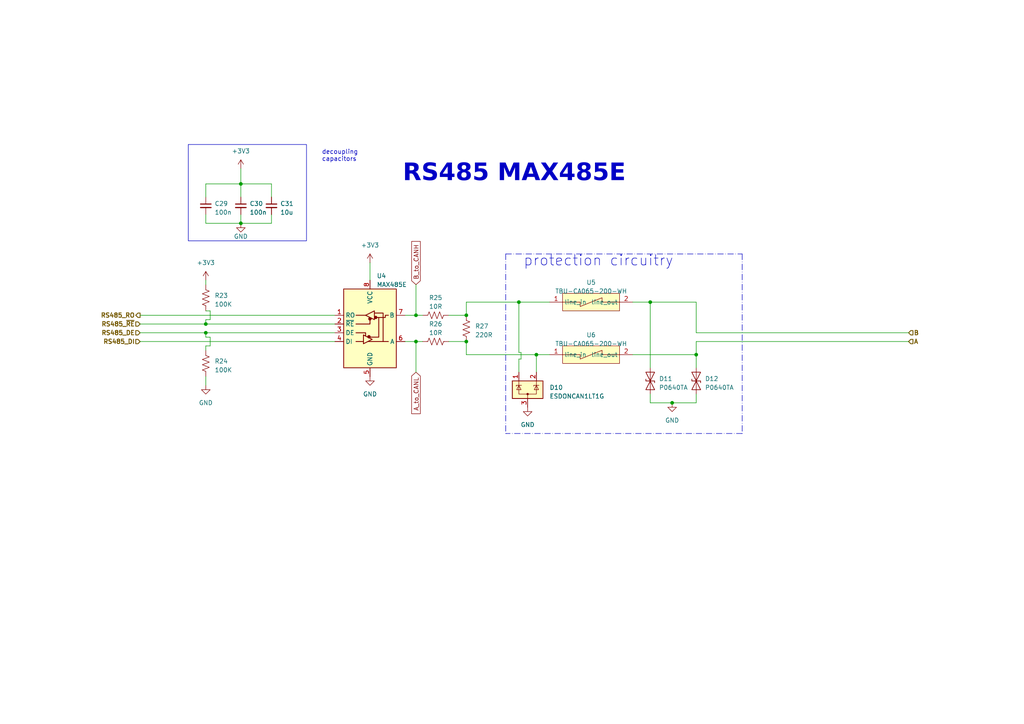
<source format=kicad_sch>
(kicad_sch (version 20230121) (generator eeschema)
  (paper "A4")
  (lib_symbols
    (symbol "Device:C_Small" (pin_numbers hide) (pin_names (offset 0.254) hide)
      (property "Reference" "C" (at 0.254 1.778 0))
      (property "Value" "C_Small" (at 0.254 -2.032 0))
      (symbol "C_Small_0_1"
        (polyline (pts (xy -1.524 -0.508) (xy 1.524 -0.508)) (stroke (width 0.3302)))
        (polyline (pts (xy -1.524 0.508) (xy 1.524 0.508)) (stroke (width 0.3048)))
      )
      (symbol "C_Small_1_1"
        (pin passive line (at 0 2.54 270) (length 2.032) (name "~") (number "1"))
        (pin passive line (at 0 -2.54 90) (length 2.032) (name "~") (number "2"))
      )
    )
    (symbol "Device:R_US" (pin_numbers hide) (pin_names (offset 0))
      (property "Reference" "R" (at 2.54 0 90))
      (property "Value" "R_US" (at -2.54 0 90))
      (symbol "R_US_0_1"
        (polyline (pts (xy 0 -2.286) (xy 0 -2.54)))
        (polyline (pts (xy 0 2.286) (xy 0 2.54)))
        (polyline (pts (xy 0 -0.762) (xy 1.016 -1.143) (xy 0 -1.524) (xy -1.016 -1.905) (xy 0 -2.286)))
        (polyline (pts (xy 0 0.762) (xy 1.016 0.381) (xy 0 0) (xy -1.016 -0.381) (xy 0 -0.762)))
        (polyline (pts (xy 0 2.286) (xy 1.016 1.905) (xy 0 1.524) (xy -1.016 1.143) (xy 0 0.762)))
      )
      (symbol "R_US_1_1"
        (pin passive line (at 0 3.81 270) (length 1.27) (name "~") (number "1"))
        (pin passive line (at 0 -3.81 90) (length 1.27) (name "~") (number "2"))
      )
    )
    (symbol "Diode:SD05_SOD323" (pin_numbers hide) (pin_names (offset 1.016) hide)
      (property "Reference" "D" (at 0 2.54 0))
      (property "Value" "SD05_SOD323" (at 0 -2.54 0))
      (symbol "SD05_SOD323_0_1"
        (polyline (pts (xy 1.27 0) (xy -1.27 0)))
        (polyline (pts (xy -2.54 -1.27) (xy 0 0) (xy -2.54 1.27) (xy -2.54 -1.27)) (stroke (width 0.2032)))
        (polyline (pts (xy 0.508 1.27) (xy 0 1.27) (xy 0 -1.27) (xy -0.508 -1.27)) (stroke (width 0.2032)))
        (polyline (pts (xy 2.54 1.27) (xy 2.54 -1.27) (xy 0 0) (xy 2.54 1.27)) (stroke (width 0.2032)))
      )
      (symbol "SD05_SOD323_1_1"
        (pin passive line (at -3.81 0 0) (length 2.54) (name "A1") (number "1"))
        (pin passive line (at 3.81 0 180) (length 2.54) (name "A2") (number "2"))
      )
    )
    (symbol "Interface_UART:MAX485E"
      (property "Reference" "U" (at -6.096 11.43 0))
      (property "Value" "MAX485E" (at 0.762 11.43 0))
      (symbol "MAX485E_0_1"
        (rectangle (start -7.62 10.16) (end 7.62 -12.7) (stroke (width 0.254)) (fill (type background)))
        (circle (center -0.3048 -3.683) (radius 0.3556) (stroke (width 0.254)) (fill (type outline)))
        (circle (center -0.0254 1.4986) (radius 0.3556) (stroke (width 0.254)) (fill (type outline)))
        (polyline (pts (xy -4.064 -5.08) (xy -1.905 -5.08)) (stroke (width 0.254)))
        (polyline (pts (xy -4.064 2.54) (xy -1.27 2.54)) (stroke (width 0.254)))
        (polyline (pts (xy -1.27 -3.2004) (xy -1.27 -3.4544)) (stroke (width 0.254)))
        (polyline (pts (xy -0.635 -5.08) (xy 5.334 -5.08)) (stroke (width 0.254)))
        (polyline (pts (xy -4.064 -2.54) (xy -1.27 -2.54) (xy -1.27 -3.175)) (stroke (width 0.254)))
        (polyline (pts (xy 0 1.27) (xy 0 0) (xy -4.064 0)) (stroke (width 0.254)))
        (polyline (pts (xy 1.27 3.175) (xy 3.81 3.175) (xy 3.81 -5.08)) (stroke (width 0.254)))
        (polyline (pts (xy 2.54 1.905) (xy 2.54 -3.81) (xy 0 -3.81)) (stroke (width 0.254)))
        (polyline (pts (xy -1.905 -3.175) (xy -1.905 -5.715) (xy 0.635 -4.445) (xy -1.905 -3.175)) (stroke (width 0.254)))
        (polyline (pts (xy -1.27 2.54) (xy 1.27 3.81) (xy 1.27 1.27) (xy -1.27 2.54)) (stroke (width 0.254)))
        (polyline (pts (xy 1.905 1.905) (xy 4.445 1.905) (xy 4.445 2.54) (xy 5.334 2.54)) (stroke (width 0.254)))
        (rectangle (start 1.27 3.175) (end 1.27 3.175))
        (circle (center 1.651 1.905) (radius 0.3556) (stroke (width 0.254)) (fill (type outline)))
      )
      (symbol "MAX485E_1_1"
        (pin output line (at -10.16 2.54 0) (length 2.54) (name "RO") (number "1"))
        (pin input line (at -10.16 0 0) (length 2.54) (name "~{RE}") (number "2"))
        (pin input line (at -10.16 -2.54 0) (length 2.54) (name "DE") (number "3"))
        (pin input line (at -10.16 -5.08 0) (length 2.54) (name "DI") (number "4"))
        (pin power_in line (at 0 -15.24 90) (length 2.54) (name "GND") (number "5"))
        (pin bidirectional line (at 10.16 -5.08 180) (length 2.54) (name "A") (number "6"))
        (pin bidirectional line (at 10.16 2.54 180) (length 2.54) (name "B") (number "7"))
        (pin power_in line (at 0 12.7 270) (length 2.54) (name "VCC") (number "8"))
      )
    )
    (symbol "MCD_General:TBU-CA065-200-WH"
      (property "Reference" "U" (at 0 1.27 0))
      (property "Value" "TBU-CA065-200-WH" (at 0 -1.27 0))
      (symbol "TBU-CA065-200-WH_0_1"
        (rectangle (start -6.35 -5.08) (end -1.27 -5.08))
        (polyline (pts (xy 5.08 -5.08) (xy 10.16 -5.08)))
        (polyline (pts (xy -1.27 -5.08) (xy -1.27 -6.35) (xy 5.08 -3.81) (xy 5.08 -5.08)))
      )
      (symbol "TBU-CA065-200-WH_1_1"
        (rectangle (start -6.35 -2.54) (end 10.16 -7.62) (fill (type background)))
        (pin passive line (at -10.16 -5.08 0) (length 3.81) (name "line_in") (number "1"))
        (pin passive line (at 13.97 -5.08 180) (length 3.81) (name "line_out") (number "2"))
      )
    )
    (symbol "Power_Protection:SP0502BAHT" (pin_names hide)
      (property "Reference" "D" (at 5.715 2.54 0))
      (property "Value" "SP0502BAHT" (at 5.715 0.635 0))
      (symbol "SP0502BAHT_0_0"
        (pin passive line (at 0 -5.08 90) (length 2.54) (name "A") (number "3"))
      )
      (symbol "SP0502BAHT_0_1"
        (rectangle (start -4.445 2.54) (end 4.445 -2.54) (stroke (width 0.254)) (fill (type background)))
        (circle (center 0 -1.27) (radius 0.254) (fill (type outline)))
        (polyline (pts (xy -2.54 2.54) (xy -2.54 1.27)))
        (polyline (pts (xy 0 -1.27) (xy 0 -2.54)))
        (polyline (pts (xy 2.54 2.54) (xy 2.54 1.27)))
        (polyline (pts (xy -3.302 1.016) (xy -3.302 1.27) (xy -1.905 1.27) (xy -1.778 1.27)))
        (polyline (pts (xy -2.54 1.27) (xy -2.54 -1.27) (xy 2.54 -1.27) (xy 2.54 1.27)))
        (polyline (pts (xy -2.54 1.27) (xy -1.905 0) (xy -3.175 0) (xy -2.54 1.27)))
        (polyline (pts (xy 1.778 1.016) (xy 1.778 1.27) (xy 3.175 1.27) (xy 3.302 1.27)))
        (polyline (pts (xy 2.54 1.27) (xy 1.905 0) (xy 3.175 0) (xy 2.54 1.27)))
      )
      (symbol "SP0502BAHT_1_1"
        (pin passive line (at -2.54 5.08 270) (length 2.54) (name "K") (number "1"))
        (pin passive line (at 2.54 5.08 270) (length 2.54) (name "K") (number "2"))
      )
    )
    (symbol "power:+3V3" (power) (pin_names (offset 0))
      (property "Value" "+3V3" (at 0 3.556 0))
      (symbol "+3V3_0_1"
        (polyline (pts (xy -0.762 1.27) (xy 0 2.54)))
        (polyline (pts (xy 0 0) (xy 0 2.54)))
        (polyline (pts (xy 0 2.54) (xy 0.762 1.27)))
      )
      (symbol "+3V3_1_1"
        (pin power_in line (at 0 0 90) (length 0) hide (name "+3V3") (number "1"))
      )
    )
    (symbol "power:GND" (power) (pin_names (offset 0))
      (property "Value" "GND" (at 0 -3.81 0))
      (symbol "GND_0_1"
        (polyline (pts (xy 0 0) (xy 0 -1.27) (xy 1.27 -1.27) (xy 0 -2.54) (xy -1.27 -1.27) (xy 0 -1.27)))
      )
      (symbol "GND_1_1"
        (pin power_in line (at 0 0 270) (length 0) hide (name "GND") (number "1"))
      )
    )
  )
  (junction (at 150.495 87.63))
  (junction (at 135.255 91.44))
  (junction (at 188.595 87.63))
  (junction (at 120.65 99.06))
  (junction (at 59.69 93.98))
  (junction (at 194.945 116.84))
  (junction (at 135.255 99.06))
  (junction (at 69.85 64.77))
  (junction (at 155.575 102.87))
  (junction (at 120.65 91.44))
  (junction (at 69.85 53.34))
  (junction (at 201.93 102.87))
  (junction (at 59.69 96.52))
  (wire (pts (xy 120.65 91.44) (xy 122.555 91.44)))
  (wire (pts (xy 59.69 90.17) (xy 60.96 90.17)))
  (wire (pts (xy 59.69 109.22) (xy 59.69 111.76)))
  (wire (pts (xy 155.575 102.87) (xy 159.385 102.87)))
  (wire (pts (xy 117.475 91.44) (xy 120.65 91.44)))
  (wire (pts (xy 59.69 96.52) (xy 97.155 96.52)))
  (wire (pts (xy 78.74 53.34) (xy 78.74 57.15)))
  (wire (pts (xy 201.93 102.87) (xy 201.93 106.68)))
  (polyline (pts (xy 215.265 73.66) (xy 215.265 125.73)) (stroke (width 0) (type dash_dot)))
  (polyline (pts (xy 215.265 125.73) (xy 146.685 125.73)) (stroke (width 0) (type dash_dot)))
  (wire (pts (xy 183.515 87.63) (xy 188.595 87.63)))
  (wire (pts (xy 60.96 97.79) (xy 60.96 100.33)))
  (wire (pts (xy 155.575 107.95) (xy 155.575 102.87)))
  (wire (pts (xy 150.495 102.235) (xy 150.495 87.63)))
  (wire (pts (xy 107.315 76.2) (xy 107.315 81.28)))
  (wire (pts (xy 135.255 99.06) (xy 135.255 102.87)))
  (wire (pts (xy 201.93 116.84) (xy 201.93 114.3)))
  (wire (pts (xy 151.13 104.14) (xy 151.13 102.235)))
  (wire (pts (xy 69.85 64.77) (xy 78.74 64.77)))
  (wire (pts (xy 188.595 116.84) (xy 194.945 116.84)))
  (wire (pts (xy 59.69 93.98) (xy 97.155 93.98)))
  (wire (pts (xy 120.65 107.95) (xy 120.65 99.06)))
  (wire (pts (xy 40.64 93.98) (xy 59.69 93.98)))
  (wire (pts (xy 201.93 96.52) (xy 263.525 96.52)))
  (wire (pts (xy 59.69 100.33) (xy 59.69 101.6)))
  (wire (pts (xy 188.595 87.63) (xy 188.595 106.68)))
  (wire (pts (xy 69.85 53.34) (xy 69.85 57.15)))
  (wire (pts (xy 130.175 91.44) (xy 135.255 91.44)))
  (wire (pts (xy 117.475 99.06) (xy 120.65 99.06)))
  (wire (pts (xy 201.93 96.52) (xy 201.93 87.63)))
  (wire (pts (xy 201.93 99.06) (xy 263.525 99.06)))
  (wire (pts (xy 59.69 92.71) (xy 59.69 93.98)))
  (wire (pts (xy 120.65 82.55) (xy 120.65 91.44)))
  (wire (pts (xy 59.69 81.28) (xy 59.69 82.55)))
  (wire (pts (xy 60.96 100.33) (xy 59.69 100.33)))
  (wire (pts (xy 60.96 92.71) (xy 59.69 92.71)))
  (wire (pts (xy 59.69 97.79) (xy 60.96 97.79)))
  (wire (pts (xy 59.69 57.15) (xy 59.69 53.34)))
  (wire (pts (xy 59.69 64.77) (xy 59.69 62.23)))
  (polyline (pts (xy 146.685 73.66) (xy 215.265 73.66)) (stroke (width 0) (type dash_dot)))
  (wire (pts (xy 40.64 91.44) (xy 97.155 91.44)))
  (wire (pts (xy 69.85 62.23) (xy 69.85 64.77)))
  (wire (pts (xy 59.69 64.77) (xy 69.85 64.77)))
  (wire (pts (xy 150.495 87.63) (xy 159.385 87.63)))
  (wire (pts (xy 188.595 114.3) (xy 188.595 116.84)))
  (wire (pts (xy 120.65 99.06) (xy 122.555 99.06)))
  (wire (pts (xy 59.69 96.52) (xy 59.69 97.79)))
  (wire (pts (xy 135.255 87.63) (xy 150.495 87.63)))
  (wire (pts (xy 150.495 104.14) (xy 151.13 104.14)))
  (wire (pts (xy 201.93 99.06) (xy 201.93 102.87)))
  (polyline (pts (xy 146.685 73.66) (xy 146.685 125.73)) (stroke (width 0) (type dash_dot)))
  (wire (pts (xy 40.64 99.06) (xy 97.155 99.06)))
  (wire (pts (xy 183.515 102.87) (xy 201.93 102.87)))
  (wire (pts (xy 188.595 87.63) (xy 201.93 87.63)))
  (wire (pts (xy 150.495 107.95) (xy 150.495 104.14)))
  (wire (pts (xy 130.175 99.06) (xy 135.255 99.06)))
  (wire (pts (xy 135.255 102.87) (xy 155.575 102.87)))
  (wire (pts (xy 40.64 96.52) (xy 59.69 96.52)))
  (wire (pts (xy 69.85 48.895) (xy 69.85 53.34)))
  (wire (pts (xy 69.85 53.34) (xy 78.74 53.34)))
  (wire (pts (xy 151.13 102.235) (xy 150.495 102.235)))
  (wire (pts (xy 135.255 91.44) (xy 135.255 87.63)))
  (wire (pts (xy 59.69 53.34) (xy 69.85 53.34)))
  (wire (pts (xy 78.74 62.23) (xy 78.74 64.77)))
  (wire (pts (xy 194.945 116.84) (xy 201.93 116.84)))
  (wire (pts (xy 60.96 90.17) (xy 60.96 92.71)))
  (rectangle (start 54.61 41.91) (end 88.9 69.85))
  (text "protection circuitry" (at 151.765 77.47 0) (effects (font (size 3 3)) (justify left bottom)))
  (text "RS485 MAX485E" (at 116.84 54.61 0) (effects (font (size 5 5) (thickness 1) bold) (justify left bottom)))
  (text "decoupling \ncapacitors" (at 93.345 46.99 0) (effects (font (size 1.27 1.27)) (justify left bottom)))
  (global_label "A_to_CANL" (shape input) (at 120.65 107.95 270) (property "Intersheetrefs" "${INTERSHEET_REFS}" (effects hide)))
  (global_label "B_to_CANH" (shape input) (at 120.65 82.55 90) (property "Intersheetrefs" "${INTERSHEET_REFS}" (effects hide)))
  (hierarchical_label "B" (shape input) (at 263.525 96.52 0) (effects (font bold)))
  (hierarchical_label "RS485_RO" (shape output) (at 40.64 91.44 180) (effects (font bold)))
  (hierarchical_label "RS485_DE" (shape input) (at 40.64 96.52 180) (effects (font bold)))
  (hierarchical_label "A" (shape input) (at 263.525 99.06 0) (effects (font bold)))
  (hierarchical_label "RS485_DI" (shape input) (at 40.64 99.06 180) (effects (font bold)))
  (hierarchical_label "RS485_~{RE}" (shape input) (at 40.64 93.98 180) (effects (font bold)))
  (symbol (lib_id "power:+3V3") (at 69.85 48.895 0) (unit 1)
    (property "Reference" "#PWR04" (effects hide))
    (property "Value" "+3V3" (at 69.85 43.815 0))
    (instances (project "GSM_module_v3" (path "" (reference "#PWR04") (unit 1)) (path "" (reference "#PWR044") (unit 1))))
  )
  (symbol (lib_id "power:GND") (at 59.69 111.76 0) (unit 1)
    (property "Reference" "#PWR043" (effects hide))
    (property "Value" "GND" (at 59.69 116.84 0))
    (instances (project "GSM_module_v3" (path "" (reference "#PWR043") (unit 1))) (project "BIM_PCB" (path "" (reference "#PWR083") (unit 1))) (project "MAX485" (path "" (reference "#PWR042") (unit 1))) (project "ELIESTER_V2" (path "" (reference "#PWR042") (unit 1))))
  )
  (symbol (lib_id "power:GND") (at 194.945 116.84 0) (unit 1)
    (property "Reference" "#PWR049" (effects hide))
    (property "Value" "GND" (at 194.945 121.92 0))
    (instances (project "GSM_module_v3" (path "" (reference "#PWR049") (unit 1))) (project "BIM_PCB" (path "" (reference "#PWR060") (unit 1))) (project "MAX485" (path "" (reference "#PWR088") (unit 1))) (project "ELIESTER_V2" (path "" (reference "#PWR088") (unit 1))))
  )
  (symbol (lib_id "MCD_General:TBU-CA065-200-WH") (at 169.545 82.55 0) (unit 1)
    (property "Reference" "U5" (at 171.45 81.915 0))
    (property "Value" "TBU-CA065-200-WH" (at 171.45 84.455 0))
    (property "Footprint" "Lib:TBU-CA065-200-WH" (effects hide))
    (instances (project "GSM_module_v3" (path "" (reference "U5") (unit 1))) (project "BIM_PCB" (path "" (reference "U4") (unit 1))) (project "MAX485" (path "" (reference "U13") (unit 1))) (project "ELIESTER_V2" (path "" (reference "U13") (unit 1))))
  )
  (symbol (lib_id "Device:R_US") (at 59.69 86.36 180) (unit 1)
    (property "Reference" "R23" (at 62.23 85.725 0) (effects (justify right)))
    (property "Value" "100K" (at 62.23 88.265 0) (effects (justify right)))
    (property "Footprint" "Resistor_SMD:R_0402_1005Metric" (effects hide))
    (instances (project "GSM_module_v3" (path "" (reference "R23") (unit 1))) (project "BIM_PCB" (path "" (reference "R31") (unit 1))) (project "MAX485" (path "" (reference "R42") (unit 1))) (project "ELIESTER_V2" (path "" (reference "R42") (unit 1))))
  )
  (symbol (lib_id "Device:R_US") (at 126.365 91.44 90) (unit 1)
    (property "Reference" "R25" (at 126.365 86.36 90))
    (property "Value" "10R" (at 126.365 88.9 90))
    (property "Footprint" "Resistor_SMD:R_0402_1005Metric" (effects hide))
    (instances (project "GSM_module_v3" (path "" (reference "R25") (unit 1))) (project "BIM_PCB" (path "" (reference "R37") (unit 1))) (project "MAX485" (path "" (reference "R42") (unit 1))) (project "ELIESTER_V2" (path "" (reference "R42") (unit 1))))
  )
  (symbol (lib_id "Device:R_US") (at 126.365 99.06 90) (unit 1)
    (property "Reference" "R26" (at 126.365 93.98 90))
    (property "Value" "10R" (at 126.365 96.52 90))
    (property "Footprint" "Resistor_SMD:R_0402_1005Metric" (effects hide))
    (instances (project "GSM_module_v3" (path "" (reference "R26") (unit 1))) (project "BIM_PCB" (path "" (reference "R39") (unit 1))) (project "MAX485" (path "" (reference "R44") (unit 1))) (project "ELIESTER_V2" (path "" (reference "R44") (unit 1))))
  )
  (symbol (lib_id "power:GND") (at 153.035 118.11 0) (unit 1)
    (property "Reference" "#PWR048" (effects hide))
    (property "Value" "GND" (at 153.035 123.19 0))
    (instances (project "GSM_module_v3" (path "" (reference "#PWR048") (unit 1))) (project "BIM_PCB" (path "" (reference "#PWR061") (unit 1))) (project "MAX485" (path "" (reference "#PWR089") (unit 1))) (project "ELIESTER_V2" (path "" (reference "#PWR089") (unit 1))))
  )
  (symbol (lib_id "MCD_General:TBU-CA065-200-WH") (at 169.545 97.79 0) (unit 1)
    (property "Reference" "U6" (at 171.45 97.155 0))
    (property "Value" "TBU-CA065-200-WH" (at 171.45 99.695 0))
    (property "Footprint" "Lib:TBU-CA065-200-WH" (effects hide))
    (instances (project "GSM_module_v3" (path "" (reference "U6") (unit 1))) (project "BIM_PCB" (path "" (reference "U6") (unit 1))) (project "MAX485" (path "" (reference "U16") (unit 1))) (project "ELIESTER_V2" (path "" (reference "U16") (unit 1))))
  )
  (symbol (lib_id "Device:C_Small") (at 59.69 59.69 0) (unit 1)
    (property "Reference" "C29" (at 62.23 59.0613 0) (effects (justify left)))
    (property "Value" "100n" (at 62.23 61.6013 0) (effects (justify left)))
    (property "Footprint" "Capacitor_SMD:C_0402_1005Metric" (effects hide))
    (instances (project "GSM_module_v3" (path "" (reference "C29") (unit 1))) (project "BIM_PCB" (path "" (reference "C30") (unit 1))) (project "MAX485" (path "" (reference "C61") (unit 1))) (project "ELIESTER_V2" (path "" (reference "C61") (unit 1))))
  )
  (symbol (lib_id "Diode:SD05_SOD323") (at 188.595 110.49 90) (unit 1)
    (property "Reference" "D11" (at 191.135 109.855 90) (effects (justify right)))
    (property "Value" "P0640TA" (at 191.135 112.395 90) (effects (justify right)))
    (property "Footprint" "Diode_SMD:D_SMA" (effects hide))
    (property "Datasheet" "https://www.littelfuse.com/~/media/electronics/datasheets/tvs_diode_arrays/littelfuse_tvs_diode_array_sd_c_datasheet.pdf.pdf" (effects hide))
    (instances (project "GSM_module_v3" (path "" (reference "D11") (unit 1))) (project "BIM_PCB" (path "" (reference "D7") (unit 1))) (project "MAX485" (path "" (reference "D14") (unit 1))) (project "ELIESTER_V2" (path "" (reference "D14") (unit 1))))
  )
  (symbol (lib_id "power:+3V3") (at 59.69 81.28 0) (unit 1)
    (property "Reference" "#PWR04" (effects hide))
    (property "Value" "+3V3" (at 59.69 76.2 0))
    (instances (project "GSM_module_v3" (path "" (reference "#PWR04") (unit 1)) (path "" (reference "#PWR046") (unit 1))))
  )
  (symbol (lib_id "power:+3V3") (at 107.315 76.2 0) (unit 1)
    (property "Reference" "#PWR04" (effects hide))
    (property "Value" "+3V3" (at 107.315 71.12 0))
    (instances (project "GSM_module_v3" (path "" (reference "#PWR04") (unit 1)) (path "" (reference "#PWR042") (unit 1))))
  )
  (symbol (lib_id "power:GND") (at 107.315 109.22 0) (unit 1)
    (property "Reference" "#PWR047" (effects hide))
    (property "Value" "GND" (at 107.315 114.3 0))
    (instances (project "GSM_module_v3" (path "" (reference "#PWR047") (unit 1))) (project "BIM_PCB" (path "" (reference "#PWR059") (unit 1))) (project "MAX485" (path "" (reference "#PWR042") (unit 1))) (project "ELIESTER_V2" (path "" (reference "#PWR042") (unit 1))))
  )
  (symbol (lib_id "power:GND") (at 69.85 64.77 0) (unit 1)
    (property "Reference" "#PWR045" (effects hide))
    (property "Value" "GND" (at 69.85 68.58 0))
    (instances (project "GSM_module_v3" (path "" (reference "#PWR045") (unit 1))) (project "BIM_PCB" (path "" (reference "#PWR055") (unit 1))) (project "MAX485" (path "" (reference "#PWR092") (unit 1))) (project "ELIESTER_V2" (path "" (reference "#PWR092") (unit 1))))
  )
  (symbol (lib_id "Interface_UART:MAX485E") (at 107.315 93.98 0) (unit 1)
    (property "Reference" "U4" (at 109.2709 80.01 0) (effects (justify left)))
    (property "Value" "MAX485E" (at 109.2709 82.55 0) (effects (justify left)))
    (property "Footprint" "Package_SO:SOP-8_3.9x4.9mm_P1.27mm" (effects hide))
    (property "Datasheet" "https://datasheets.maximintegrated.com/en/ds/MAX1487E-MAX491E.pdf" (effects hide))
    (instances (project "GSM_module_v3" (path "" (reference "U4") (unit 1))) (project "BIM_PCB" (path "" (reference "U5") (unit 1))) (project "MAX485" (path "" (reference "U15") (unit 1))) (project "ELIESTER_V2" (path "" (reference "U15") (unit 1))))
  )
  (symbol (lib_id "Device:R_US") (at 59.69 105.41 180) (unit 1)
    (property "Reference" "R24" (at 62.23 104.775 0) (effects (justify right)))
    (property "Value" "100K" (at 62.23 107.315 0) (effects (justify right)))
    (property "Footprint" "Resistor_SMD:R_0402_1005Metric" (effects hide))
    (instances (project "GSM_module_v3" (path "" (reference "R24") (unit 1))) (project "BIM_PCB" (path "" (reference "R32") (unit 1))) (project "MAX485" (path "" (reference "R42") (unit 1))) (project "ELIESTER_V2" (path "" (reference "R42") (unit 1))))
  )
  (symbol (lib_id "Power_Protection:SP0502BAHT") (at 153.035 113.03 0) (unit 1)
    (property "Reference" "D10" (at 159.385 112.395 0) (effects (justify left)))
    (property "Value" "ESDONCAN1LT1G" (at 159.385 114.935 0) (effects (justify left)))
    (property "Footprint" "Package_TO_SOT_SMD:SOT-23" (effects hide))
    (property "Datasheet" "http://www.littelfuse.com/~/media/files/littelfuse/technical%20resources/documents/data%20sheets/sp05xxba.pdf" (effects hide))
    (instances (project "GSM_module_v3" (path "" (reference "D10") (unit 1))) (project "BIM_PCB" (path "" (reference "D9") (unit 1))) (project "MAX485" (path "" (reference "D16") (unit 1))) (project "ELIESTER_V2" (path "" (reference "D16") (unit 1))))
  )
  (symbol (lib_id "Device:R_US") (at 135.255 95.25 180) (unit 1)
    (property "Reference" "R27" (at 137.795 94.615 0) (effects (justify right)))
    (property "Value" "220R" (at 137.795 97.155 0) (effects (justify right)))
    (property "Footprint" "Resistor_SMD:R_0402_1005Metric" (effects hide))
    (instances (project "GSM_module_v3" (path "" (reference "R27") (unit 1))) (project "BIM_PCB" (path "" (reference "R38") (unit 1))) (project "MAX485" (path "" (reference "R43") (unit 1))) (project "ELIESTER_V2" (path "" (reference "R43") (unit 1))))
  )
  (symbol (lib_id "Device:C_Small") (at 69.85 59.69 0) (unit 1)
    (property "Reference" "C30" (at 72.39 59.0613 0) (effects (justify left)))
    (property "Value" "100n" (at 72.39 61.6013 0) (effects (justify left)))
    (property "Footprint" "Capacitor_SMD:C_0402_1005Metric" (effects hide))
    (instances (project "GSM_module_v3" (path "" (reference "C30") (unit 1))) (project "BIM_PCB" (path "" (reference "C31") (unit 1))) (project "MAX485" (path "" (reference "C62") (unit 1))) (project "ELIESTER_V2" (path "" (reference "C62") (unit 1))))
  )
  (symbol (lib_id "Device:C_Small") (at 78.74 59.69 0) (unit 1)
    (property "Reference" "C31" (at 81.28 59.0613 0) (effects (justify left)))
    (property "Value" "10u" (at 81.28 61.6013 0) (effects (justify left)))
    (property "Footprint" "Capacitor_SMD:C_0402_1005Metric" (effects hide))
    (instances (project "GSM_module_v3" (path "" (reference "C31") (unit 1))) (project "BIM_PCB" (path "" (reference "C32") (unit 1))) (project "MAX485" (path "" (reference "C63") (unit 1))) (project "ELIESTER_V2" (path "" (reference "C63") (unit 1))))
  )
  (symbol (lib_id "Diode:SD05_SOD323") (at 201.93 110.49 90) (unit 1)
    (property "Reference" "D12" (at 204.47 109.855 90) (effects (justify right)))
    (property "Value" "P0640TA" (at 204.47 112.395 90) (effects (justify right)))
    (property "Footprint" "Diode_SMD:D_SMA" (effects hide))
    (property "Datasheet" "https://www.littelfuse.com/~/media/electronics/datasheets/tvs_diode_arrays/littelfuse_tvs_diode_array_sd_c_datasheet.pdf.pdf" (effects hide))
    (instances (project "GSM_module_v3" (path "" (reference "D12") (unit 1))) (project "BIM_PCB" (path "" (reference "D8") (unit 1))) (project "MAX485" (path "" (reference "D15") (unit 1))) (project "ELIESTER_V2" (path "" (reference "D15") (unit 1))))
  )
)
</source>
